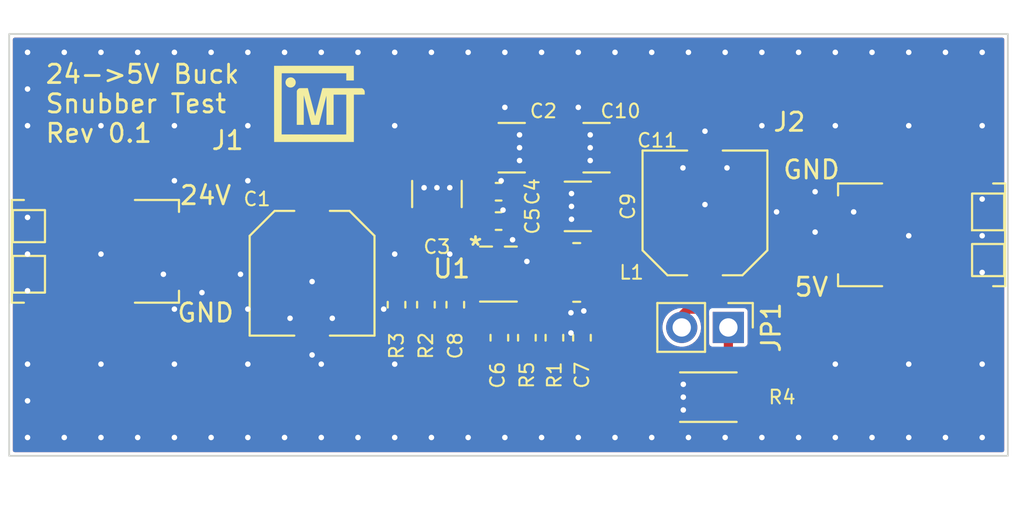
<source format=kicad_pcb>
(kicad_pcb (version 20211014) (generator pcbnew)
  (layers (0 "F.Cu" signal) (31 "B.Cu" signal) (34 "B.Paste" user) (35 "F.Paste" user) (36 "B.SilkS" user "B.Silkscreen") (37 "F.SilkS" user "F.Silkscreen") (38 "B.Mask" user) (39 "F.Mask" user) (44 "Edge.Cuts" user))
  (net 0 "")
  (net 1 "+24V")
  (net 2 "GND")
  (net 3 "/SW")
  (net 4 "Net-(C7-Pad1)")
  (net 5 "+5V")
  (net 6 "Net-(C8-Pad2)")
  (net 7 "Net-(JP1-Pad1)")
  (net 9 "Net-(U1-Pad6)")
  (net 10 "Net-(R5-Pad2)")
  (footprint "footprints:INDUCTOR_3030N" (layer "F.Cu") (at 103.015 60)
    (fp_text reference "L1" (at 2.985 0) (layer "F.SilkS") (effects (font (size 0.75 0.75) (thickness 0.11))))
    (fp_text value "74438336068")
    (fp_line (start -0.19 1.6) (end 0.19 1.6) (layer "F.SilkS") (width 0.12))
    (fp_line (start -0.19 -1.6) (end 0.19 -1.6) (layer "F.SilkS") (width 0.12))
    (pad "1" smd roundrect (at -1.215 0) (size 1.69 3.22) (layers "F.Cu" "F.Paste" "F.Mask") (roundrect_rratio 0.1479) (net 3 "/SW"))
    (pad "2" smd roundrect (at 1.215 0) (size 1.69 3.22) (layers "F.Cu" "F.Paste" "F.Mask") (roundrect_rratio 0.1479) (net 5 "+5V"))
  )
  (footprint "footprints:RESISTOR_0603N" (layer "F.Cu") (at 101.8 63.56 -90)
    (fp_text reference "R1" (at 2.04 0 90) (layer "F.SilkS") (effects (font (size 0.75 0.75) (thickness 0.11))))
    (fp_text value "DNP")
    (fp_line (start -0.155 0.48) (end 0.155 0.48) (layer "F.SilkS") (width 0.12))
    (fp_line (start -0.155 -0.48) (end 0.155 -0.48) (layer "F.SilkS") (width 0.12))
    (pad "1" smd roundrect locked (at -0.76 0 270) (size 0.85 0.97) (layers "F.Cu" "F.Paste" "F.Mask") (roundrect_rratio 0.2471) (net 3 "/SW") (thermal_gap 0.25))
    (pad "2" smd roundrect locked (at 0.76 0 270) (size 0.85 0.97) (layers "F.Cu" "F.Paste" "F.Mask") (roundrect_rratio 0.2471) (net 4 "Net-(C7-Pad1)"))
  )
  (footprint "Connector_PinHeader_2.54mm:PinHeader_1x02_P2.54mm_Vertical" (layer "F.Cu") (at 111.275 63 -90)
    (fp_text reference "JP1" (at 0 -2.33 90) (layer "F.SilkS"))
    (fp_text value "Jumper_NO_Small")
    (fp_line (start -1.33 0) (end -1.33 -1.33) (layer "F.SilkS") (width 0.12))
    (fp_line (start 1.33 1.27) (end 1.33 3.87) (layer "F.SilkS") (width 0.12))
    (fp_line (start -1.33 -1.33) (end 0 -1.33) (layer "F.SilkS") (width 0.12))
    (fp_line (start -1.33 3.87) (end 1.33 3.87) (layer "F.SilkS") (width 0.12))
    (fp_line (start -1.33 1.27) (end -1.33 3.87) (layer "F.SilkS") (width 0.12))
    (fp_line (start -1.33 1.27) (end 1.33 1.27) (layer "F.SilkS") (width 0.12))
    (pad "1" thru_hole rect (at 0 0 270) (size 1.7 1.7) (drill 1) (layers *.Cu *.Mask) (net 7 "Net-(JP1-Pad1)"))
    (pad "2" thru_hole oval (at 0 2.54 270) (size 1.7 1.7) (drill 1) (layers *.Cu *.Mask) (net 5 "+5V"))
  )
  (footprint "footprints:CAPACITOR_0603N" (layer "F.Cu") (at 98.8 63.56 -90)
    (fp_text reference "C6" (at 2.04 0.1 90) (layer "F.SilkS") (effects (font (size 0.75 0.75) (thickness 0.11))))
    (fp_text value "CC0603KRX7R9BB104")
    (fp_line (start -0.155 -0.48) (end 0.155 -0.48) (layer "F.SilkS") (width 0.12))
    (fp_line (start -0.155 0.48) (end 0.155 0.48) (layer "F.SilkS") (width 0.12))
    (pad "1" smd roundrect locked (at -0.76 0 270) (size 0.85 0.97) (layers "F.Cu" "F.Paste" "F.Mask") (roundrect_rratio 0.2471) (net 9 "Net-(U1-Pad6)"))
    (pad "2" smd roundrect locked (at 0.76 0 270) (size 0.85 0.97) (layers "F.Cu" "F.Paste" "F.Mask") (roundrect_rratio 0.2471) (net 10 "Net-(R5-Pad2)"))
  )
  (footprint "footprints:RESISTOR_0603N" (layer "F.Cu") (at 100.3 63.56 -90)
    (fp_text reference "R5" (at 2.04 0 90) (layer "F.SilkS") (effects (font (size 0.75 0.75) (thickness 0.11))))
    (fp_text value "DNP")
    (fp_line (start -0.155 0.48) (end 0.155 0.48) (layer "F.SilkS") (width 0.12))
    (fp_line (start -0.155 -0.48) (end 0.155 -0.48) (layer "F.SilkS") (width 0.12))
    (pad "1" smd roundrect locked (at -0.76 0 270) (size 0.85 0.97) (layers "F.Cu" "F.Paste" "F.Mask") (roundrect_rratio 0.2471) (net 3 "/SW"))
    (pad "2" smd roundrect locked (at 0.76 0 270) (size 0.85 0.97) (layers "F.Cu" "F.Paste" "F.Mask") (roundrect_rratio 0.2471) (net 10 "Net-(R5-Pad2)"))
  )
  (footprint "footprints:RESISTOR_2010N" (layer "F.Cu") (at 110.185 66.8 180)
    (fp_text reference "R4" (at -4.015 0) (layer "F.SilkS") (effects (font (size 0.75 0.75) (thickness 0.11))))
    (fp_text value "350222RJT")
    (fp_line (start -1.54 -1.35) (end 1.54 -1.35) (layer "F.SilkS") (width 0.12))
    (fp_line (start -1.54 1.35) (end 1.54 1.35) (layer "F.SilkS") (width 0.12))
    (pad "1" smd roundrect locked (at -2.415 0 180) (size 1.39 2.72) (layers "F.Cu" "F.Paste" "F.Mask") (roundrect_rratio 0.1799) (net 7 "Net-(JP1-Pad1)"))
    (pad "2" smd roundrect locked (at 2.415 0 180) (size 1.39 2.72) (layers "F.Cu" "F.Paste" "F.Mask") (roundrect_rratio 0.1799) (net 2 "GND"))
  )
  (footprint "footprints:1702473" (layer "F.Cu") (at 119.3 57.95 90)
    (fp_text reference "J2" (at 6.15 -4.7 unlocked) (layer "F.SilkS"))
    (fp_text value "1702473")
    (fp_line (start 2.8 -2.05) (end 2.8 0.35) (layer "F.SilkS") (width 0.12))
    (fp_line (start 2.8 6.4) (end 2.8 7.05) (layer "F.SilkS") (width 0.12))
    (fp_line (start -2.8 -2.05) (end -2.15 -2.05) (layer "F.SilkS") (width 0.12))
    (fp_line (start -2.8 7.05) (end 2.8 7.05) (layer "F.SilkS") (width 0.12))
    (fp_line (start 2.8 -2.05) (end 2.15 -2.05) (layer "F.SilkS") (width 0.12))
    (fp_line (start -2.8 6.4) (end -2.8 7.05) (layer "F.SilkS") (width 0.12))
    (fp_line (start -2.8 -2.05) (end -2.8 0.35) (layer "F.SilkS") (width 0.12))
    (fp_rect (start -2.25 7) (end -0.5 5.25) (layer "F.SilkS") (width 0.12) (fill none))
    (fp_rect (start 0.25 5.25) (end 2.25 7) (layer "F.SilkS") (width 0.12) (fill none))
    (pad "" smd roundrect (at -3.85 3.3 90) (size 2.3 5.6) (layers "F.Cu" "F.Paste" "F.Mask"))
    (pad "" smd roundrect (at 3.85 3.3 90) (size 2.3 5.6) (layers "F.Cu" "F.Paste" "F.Mask"))
    (pad "1" smd roundrect (at -1.25 -3.3 90) (size 1.4 3.4) (layers "F.Cu" "F.Paste" "F.Mask") (net 5 "+5V"))
    (pad "2" smd roundrect (at 1.25 -3.3 90) (size 1.4 3.4) (layers "F.Cu" "F.Paste" "F.Mask") (net 2 "GND"))
  )
  (footprint "footprints:CAPACITOR_1210N" (layer "F.Cu") (at 103.075 56.4 180)
    (fp_text reference "C9" (at -2.725 0 270) (layer "F.SilkS") (effects (font (size 0.75 0.75) (thickness 0.11))))
    (fp_text value "GRM32ER71E226ME15L")
    (fp_line (start -0.715 1.35) (end 0.715 1.35) (layer "F.SilkS") (width 0.12))
    (fp_line (start -0.715 -1.35) (end 0.715 -1.35) (layer "F.SilkS") (width 0.12))
    (pad "1" smd roundrect (at -1.475 0 180) (size 1.16 2.72) (layers "F.Cu" "F.Paste" "F.Mask") (roundrect_rratio 0.2155) (net 5 "+5V"))
    (pad "2" smd roundrect (at 1.475 0 180) (size 1.16 2.72) (layers "F.Cu" "F.Paste" "F.Mask") (roundrect_rratio 0.2155) (net 2 "GND"))
  )
  (footprint "footprints:CAPACITOR_0603N" (layer "F.Cu") (at 98.76 55.6)
    (fp_text reference "C4" (at 1.84 0 90) (layer "F.SilkS") (effects (font (size 0.75 0.75) (thickness 0.11))))
    (fp_text value "GRM188R61H225ME11D")
    (fp_line (start -0.155 0.48) (end 0.155 0.48) (layer "F.SilkS") (width 0.12))
    (fp_line (start -0.155 -0.48) (end 0.155 -0.48) (layer "F.SilkS") (width 0.12))
    (pad "1" smd roundrect locked (at -0.76 0) (size 0.85 0.97) (layers "F.Cu" "F.Paste" "F.Mask") (roundrect_rratio 0.2471) (net 1 "+24V"))
    (pad "2" smd roundrect locked (at 0.76 0) (size 0.85 0.97) (layers "F.Cu" "F.Paste" "F.Mask") (roundrect_rratio 0.2471) (net 2 "GND"))
  )
  (footprint "footprints:CAPAE660X580L260X65N" (layer "F.Cu") (at 88.6 60.045 -90)
    (fp_text reference "C1" (at -4.045 3 180) (layer "F.SilkS") (effects (font (size 0.75 0.75) (thickness 0.11))))
    (fp_text value "EEE-1VA470WP")
    (fp_line (start 3.4 -0.97) (end 3.4 -3.4) (layer "F.SilkS") (width 0.12))
    (fp_line (start 3.4 -3.4) (end -2.04 -3.4) (layer "F.SilkS") (width 0.12))
    (fp_line (start 3.4 3.4) (end -2.04 3.4) (layer "F.SilkS") (width 0.12))
    (fp_line (start -3.4 -2.04) (end -3.4 -0.97) (layer "F.SilkS") (width 0.12))
    (fp_line (start -2.04 -3.4) (end -3.4 -2.04) (layer "F.SilkS") (width 0.12))
    (fp_line (start 3.4 0.97) (end 3.4 3.4) (layer "F.SilkS") (width 0.12))
    (fp_line (start -2.04 3.4) (end -3.4 2.04) (layer "F.SilkS") (width 0.12))
    (fp_line (start -3.4 2.04) (end -3.4 0.97) (layer "F.SilkS") (width 0.12))
    (pad "1" smd roundrect locked (at -2.445 0 270) (size 3.3 1.58) (layers "F.Cu" "F.Paste" "F.Mask") (roundrect_rratio 0.1582) (net 1 "+24V"))
    (pad "2" smd roundrect locked (at 2.445 0 270) (size 3.3 1.58) (layers "F.Cu" "F.Paste" "F.Mask") (roundrect_rratio 0.1582) (net 2 "GND"))
  )
  (footprint "footprints:CAPACITOR_0603N" (layer "F.Cu") (at 96.4 61.76 90)
    (fp_text reference "C8" (at -2.24 0 90) (layer "F.SilkS") (effects (font (size 0.75 0.75) (thickness 0.11))))
    (fp_text value "CC0603JRNPO9BN330")
    (fp_line (start -0.155 -0.48) (end 0.155 -0.48) (layer "F.SilkS") (width 0.12))
    (fp_line (start -0.155 0.48) (end 0.155 0.48) (layer "F.SilkS") (width 0.12))
    (pad "1" smd roundrect locked (at -0.76 0 90) (size 0.85 0.97) (layers "F.Cu" "F.Paste" "F.Mask") (roundrect_rratio 0.2471) (net 5 "+5V"))
    (pad "2" smd roundrect locked (at 0.76 0 90) (size 0.85 0.97) (layers "F.Cu" "F.Paste" "F.Mask") (roundrect_rratio 0.2471) (net 6 "Net-(C8-Pad2)"))
  )
  (footprint "footprints:AP63357QZV-7" (layer "F.Cu") (at 98.75 60.09)
    (fp_text reference "U1" (at -2.55 -0.29 unlocked) (layer "F.SilkS"))
    (fp_text value "AP63357QZV-7")
    (fp_text user "*" (at -1.25 -1.5 unlocked) (layer "F.SilkS"))
    (fp_line (start 0.35 -1.5) (end 1 -1.5) (layer "F.SilkS") (width 0.12))
    (fp_line (start -1 1.5) (end 1 1.5) (layer "F.SilkS") (width 0.12))
    (fp_line (start -1 -1.5) (end -0.35 -1.5) (layer "F.SilkS") (width 0.12))
    (pad "1" smd roundrect (at -0.75 -0.69) (size 0.8 1.45) (layers "F.Cu" "F.Paste" "F.Mask") (net 1 "+24V"))
    (pad "2" smd roundrect (at -0.85 0.36) (size 0.6 0.3) (layers "F.Cu" "F.Paste" "F.Mask") (net 1 "+24V"))
    (pad "3" smd roundrect (at -0.85 0.81) (size 0.6 0.3) (layers "F.Cu" "F.Paste" "F.Mask") (net 6 "Net-(C8-Pad2)"))
    (pad "4" smd roundrect (at -0.85 1.26) (size 0.6 0.3) (layers "F.Cu" "F.Paste" "F.Mask") (net 2 "GND"))
    (pad "5" smd roundrect (at 0.85 1.26) (size 0.6 0.3) (layers "F.Cu" "F.Paste" "F.Mask"))
    (pad "6" smd roundrect (at 0.85 0.81) (size 0.6 0.3) (layers "F.Cu" "F.Paste" "F.Mask") (net 9 "Net-(U1-Pad6)"))
    (pad "7" smd roundrect (at 0.85 0.36) (size 0.6 0.3) (layers "F.Cu" "F.Paste" "F.Mask") (net 3 "/SW"))
    (pad "8" smd roundrect (at 0.75 -0.69) (size 0.8 1.45) (layers "F.Cu" "F.Paste" "F.Mask") (net 2 "GND"))
    (pad "9" smd roundrect (at 0 -0.83) (size 0.3 1.725) (layers "F.Cu" "F.Paste" "F.Mask") (net 3 "/SW"))
  )
  (footprint "footprints:CAPACITOR_1210N" (layer "F.Cu") (at 95.4 55.725 90)
    (fp_text reference "C3" (at -2.875 0 180) (layer "F.SilkS") (effects (font (size 0.75 0.75) (thickness 0.11))))
    (fp_text value "GRM32ER71E226ME15L")
    (fp_line (start -0.715 1.35) (end 0.715 1.35) (layer "F.SilkS") (width 0.12))
    (fp_line (start -0.715 -1.35) (end 0.715 -1.35) (layer "F.SilkS") (width 0.12))
    (pad "1" smd roundrect (at -1.475 0 90) (size 1.16 2.72) (layers "F.Cu" "F.Paste" "F.Mask") (roundrect_rratio 0.2155) (net 1 "+24V"))
    (pad "2" smd roundrect (at 1.475 0 90) (size 1.16 2.72) (layers "F.Cu" "F.Paste" "F.Mask") (roundrect_rratio 0.2155) (net 2 "GND"))
  )
  (footprint "footprints:MTE_LOGO_5MM" (layer "F.Cu") (at 89 50.8)
    (fp_text reference "G***" hide)
    (fp_text value "LOGO" hide)
    (fp_poly (pts (xy -1.529447 -1.433968) (xy -1.480543 -1.422709) (xy -1.435291 -1.402088) (xy -1.393123 -1.371881) (xy -1.374447 -1.354549) (xy -1.339853 -1.313363) (xy -1.314352 -1.268657) (xy -1.297961 -1.221477) (xy -1.290692 -1.172872) (xy -1.292562 -1.123888) (xy -1.303585 -1.075573) (xy -1.323774 -1.028975) (xy -1.353145 -0.985141) (xy -1.369056 -0.966919) (xy -1.40855 -0.932114) (xy -1.452783 -0.905788) (xy -1.500559 -0.888284) (xy -1.550681 -0.879946) (xy -1.601951 -0.881116) (xy -1.641747 -0.888789) (xy -1.689147 -0.906628) (xy -1.732517 -0.932858) (xy -1.770688 -0.966257) (xy -1.80249 -1.005602) (xy -1.826754 -1.049672) (xy -1.84231 -1.097242) (xy -1.842639 -1.098751) (xy -1.848918 -1.150599) (xy -1.845793 -1.200909) (xy -1.833982 -1.248751) (xy -1.814203 -1.293194) (xy -1.787174 -1.333308) (xy -1.753611 -1.36816) (xy -1.714232 -1.396822) (xy -1.669755 -1.418361) (xy -1.620898 -1.431847) (xy -1.58257 -1.436085)) (layer "F.SilkS") (width 0) (fill solid))
    (fp_poly (pts (xy -0.872664 -2.067324) (xy -0.733411 -2.067301) (xy -0.590925 -2.06726) (xy -0.445534 -2.067201) (xy -0.29757 -2.067123) (xy -0.297039 -2.067123) (xy 1.872729 -2.065846) (xy 1.875331 -1.265426) (xy 1.463625 -1.265426) (xy 1.463625 -1.656743) (xy -0.289676 -1.657505) (xy -0.422606 -1.657564) (xy -0.552944 -1.657625) (xy -0.680323 -1.657687) (xy -0.804373 -1.657751) (xy -0.924728 -1.657815) (xy -1.041019 -1.65788) (xy -1.152877 -1.657946) (xy -1.259935 -1.658011) (xy -1.361825 -1.658077) (xy -1.458179 -1.658142) (xy -1.548628 -1.658206) (xy -1.632805 -1.658269) (xy -1.710341 -1.658332) (xy -1.780868 -1.658392) (xy -1.844018 -1.658451) (xy -1.899424 -1.658508) (xy -1.946717 -1.658562) (xy -1.985529 -1.658614) (xy -2.015492 -1.658664) (xy -2.036237 -1.65871) (xy -2.047397 -1.658752) (xy -2.04933 -1.658775) (xy -2.04994 -1.657052) (xy -2.050515 -1.651597) (xy -2.051057 -1.642133) (xy -2.051567 -1.628383) (xy -2.052045 -1.610071) (xy -2.052494 -1.586918) (xy -2.052914 -1.558647) (xy -2.053307 -1.524983) (xy -2.053674 -1.485647) (xy -2.054017 -1.440362) (xy -2.054336 -1.388852) (xy -2.054633 -1.330838) (xy -2.054909 -1.266045) (xy -2.055166 -1.194195) (xy -2.055404 -1.115011) (xy -2.055625 -1.028216) (xy -2.055831 -0.933532) (xy -2.056022 -0.830683) (xy -2.056199 -0.719391) (xy -2.056365 -0.59938) (xy -2.05652 -0.470372) (xy -2.056666 -0.33209) (xy -2.056803 -0.184258) (xy -2.056934 -0.026597) (xy -2.056961 0.008211) (xy -2.058239 1.675706) (xy -0.301118 1.6782) (xy -0.168071 1.678383) (xy -0.037628 1.678551) (xy 0.089843 1.678702) (xy 0.213975 1.678838) (xy 0.334402 1.678959) (xy 0.450756 1.679063) (xy 0.562671 1.679152) (xy 0.669779 1.679224) (xy 0.771714 1.679281) (xy 0.868108 1.679321) (xy 0.958595 1.679345) (xy 1.042808 1.679353) (xy 1.120379 1.679344) (xy 1.190942 1.679319) (xy 1.25413 1.679278) (xy 1.309575 1.67922) (xy 1.356912 1.679145) (xy 1.395772 1.679053) (xy 1.425789 1.678945) (xy 1.446596 1.678819) (xy 1.457825 1.678677) (xy 1.459814 1.678583) (xy 1.46018 1.673373) (xy 1.460537 1.658467) (xy 1.460882 1.63433) (xy 1.461215 1.60143) (xy 1.461533 1.560233) (xy 1.461835 1.511207) (xy 1.462119 1.454819) (xy 1.462384 1.391534) (xy 1.462628 1.321821) (xy 1.462849 1.246147) (xy 1.463046 1.164977) (xy 1.463217 1.07878) (xy 1.46336 0.988022) (xy 1.463475 0.893169) (xy 1.463558 0.794689) (xy 1.463608 0.693049) (xy 1.463625 0.591757) (xy 1.463625 -0.492957) (xy 0.772469 -0.492957) (xy 0.772469 1.153622) (xy 0.386266 1.153622) (xy 0.384979 0.34939) (xy 0.384783 0.237781) (xy 0.384564 0.136022) (xy 0.38432 0.043802) (xy 0.384049 -0.039195) (xy 0.383748 -0.113281) (xy 0.383413 -0.178769) (xy 0.383042 -0.235973) (xy 0.382633 -0.285206) (xy 0.382182 -0.326782) (xy 0.381687 -0.361013) (xy 0.381144 -0.388213) (xy 0.380552 -0.408695) (xy 0.379907 -0.422772) (xy 0.379207 -0.430758) (xy 0.378448 -0.432967) (xy 0.378039 -0.431973) (xy 0.375763 -0.422896) (xy 0.371231 -0.404931) (xy 0.364686 -0.37904) (xy 0.356371 -0.346186) (xy 0.346531 -0.307333) (xy 0.33541 -0.263444) (xy 0.323252 -0.21548) (xy 0.310299 -0.164407) (xy 0.300178 -0.12451) (xy 0.277807 -0.036336) (xy 0.257705 0.042895) (xy 0.239641 0.114094) (xy 0.223385 0.178171) (xy 0.208706 0.236035) (xy 0.195373 0.288596) (xy 0.183155 0.336764) (xy 0.171822 0.38145) (xy 0.161143 0.423562) (xy 0.150888 0.46401) (xy 0.140825 0.503705) (xy 0.130723 0.543556) (xy 0.120353 0.584473) (xy 0.109483 0.627366) (xy 0.097883 0.673145) (xy 0.085322 0.722719) (xy 0.075935 0.759764) (xy 0.061914 0.815113) (xy 0.04836 0.868638) (xy 0.035528 0.919336) (xy 0.02367 0.966202) (xy 0.013041 1.008232) (xy 0.003896 1.044423) (xy -0.003513 1.073769) (xy -0.008931 1.095267) (xy -0.012097 1.107883) (xy -0.02287 1.151081) (xy -0.232503 1.152407) (xy -0.277548 1.152634) (xy -0.319275 1.152729) (xy -0.356625 1.152699) (xy -0.388539 1.152552) (xy -0.413957 1.152291) (xy -0.431819 1.151924) (xy -0.441067 1.151457) (xy -0.442137 1.151208) (xy -0.443341 1.145671) (xy -0.446665 1.132026) (xy -0.451676 1.112006) (xy -0.457944 1.08734) (xy -0.462108 1.07111) (xy -0.467499 1.050083) (xy -0.475027 1.020592) (xy -0.484336 0.984031) (xy -0.495076 0.941791) (xy -0.50689 0.895262) (xy -0.519427 0.845838) (xy -0.532331 0.794909) (xy -0.543157 0.752141) (xy -0.566328 0.660571) (xy -0.587306 0.577673) (xy -0.606392 0.502269) (xy -0.623884 0.433175) (xy -0.640083 0.369213) (xy -0.655287 0.309201) (xy -0.669795 0.251958) (xy -0.683908 0.196304) (xy -0.697924 0.141057) (xy -0.712142 0.085037) (xy -0.726862 0.027063) (xy -0.742383 -0.034046) (xy -0.759004 -0.09947) (xy -0.760847 -0.106723) (xy -0.774429 -0.160236) (xy -0.787387 -0.211397) (xy -0.799479 -0.259251) (xy -0.810468 -0.302846) (xy -0.820113 -0.341229) (xy -0.828175 -0.373447) (xy -0.834414 -0.398548) (xy -0.838591 -0.415579) (xy -0.84036 -0.423079) (xy -0.844169 -0.437063) (xy -0.848004 -0.445777) (xy -0.849703 -0.447219) (xy -0.850159 -0.442227) (xy -0.8506 -0.427613) (xy -0.851024 -0.40392) (xy -0.851428 -0.371689) (xy -0.85181 -0.331463) (xy -0.852166 -0.283783) (xy -0.852494 -0.229192) (xy -0.852791 -0.168232) (xy -0.853055 -0.101445) (xy -0.853283 -0.029373) (xy -0.853471 0.047441) (xy -0.853617 0.128456) (xy -0.853719 0.213129) (xy -0.853773 0.300918) (xy -0.853782 0.353201) (xy -0.853782 1.153622) (xy -1.235042 1.153622) (xy -1.233718 0.229962) (xy -1.232393 -0.693697) (xy -1.216087 -0.728122) (xy -1.194105 -0.764244) (xy -1.165059 -0.796512) (xy -1.131445 -0.822368) (xy -1.115507 -0.831224) (xy -1.085014 -0.846158) (xy -0.858824 -0.847577) (xy -0.632633 -0.848996) (xy -0.620656 -0.801839) (xy -0.616839 -0.787031) (xy -0.610741 -0.763658) (xy -0.602694 -0.732977) (xy -0.593028 -0.696246) (xy -0.582076 -0.654722) (xy -0.570168 -0.609662) (xy -0.557635 -0.562324) (xy -0.548675 -0.528531) (xy -0.511766 -0.389356) (xy -0.475074 -0.250864) (xy -0.439019 -0.114651) (xy -0.404025 0.017686) (xy -0.370514 0.144552) (xy -0.338907 0.26435) (xy -0.317502 0.345578) (xy -0.305517 0.391051) (xy -0.294008 0.434648) (xy -0.283306 0.475124) (xy -0.273742 0.511232) (xy -0.265645 0.541727) (xy -0.259345 0.565362) (xy -0.255174 0.580891) (xy -0.254208 0.584434) (xy -0.248272 0.606192) (xy -0.242346 0.628197) (xy -0.238787 0.641607) (xy -0.234544 0.655529) (xy -0.230752 0.664252) (xy -0.229255 0.665746) (xy -0.227082 0.661061) (xy -0.222919 0.648009) (xy -0.217195 0.628093) (xy -0.210341 0.602817) (xy -0.202788 0.573686) (xy -0.201971 0.570458) (xy -0.193086 0.535407) (xy -0.182506 0.493825) (xy -0.171076 0.449025) (xy -0.159642 0.404317) (xy -0.149047 0.363014) (xy -0.147832 0.358283) (xy -0.138266 0.321079) (xy -0.12688 0.276799) (xy -0.114387 0.228212) (xy -0.101497 0.178084) (xy -0.088923 0.129185) (xy -0.078573 0.088936) (xy -0.066672 0.042642) (xy -0.053639 -0.008084) (xy -0.040231 -0.06029) (xy -0.027207 -0.111026) (xy -0.015323 -0.157341) (xy -0.0068 -0.190576) (xy 0.003882 -0.232218) (xy 0.015436 -0.277217) (xy 0.02709 -0.32256) (xy 0.038067 -0.365232) (xy 0.047594 -0.40222) (xy 0.05068 -0.414185) (xy 0.069547 -0.487365) (xy 0.086686 -0.553953) (xy 0.101931 -0.613301) (xy 0.115117 -0.664764) (xy 0.126078 -0.707694) (xy 0.134648 -0.741447) (xy 0.134781 -0.741977) (xy 0.141274 -0.767358) (xy 0.147769 -0.792235) (xy 0.153321 -0.813012) (xy 0.155818 -0.822054) (xy 0.163366 -0.848769) (xy 1.239116 -0.847464) (xy 2.314866 -0.846158) (xy 2.345358 -0.831224) (xy 2.381724 -0.808) (xy 2.413526 -0.77695) (xy 2.43938 -0.739904) (xy 2.457901 -0.698689) (xy 2.464762 -0.673481) (xy 2.466614 -0.658933) (xy 2.467985 -0.636881) (xy 2.468772 -0.609981) (xy 2.46887 -0.580885) (xy 2.468739 -0.57151) (xy 2.467327 -0.495498) (xy 2.171298 -0.494187) (xy 1.87527 -0.492875) (xy 1.87527 2.088716) (xy -2.468354 2.088716) (xy -2.471144 0.013976) (xy -2.47133 -0.130697) (xy -2.471496 -0.272792) (xy -2.471641 -0.411971) (xy -2.471766 -0.547896) (xy -2.471871 -0.68023) (xy -2.471957 -0.808635) (xy -2.472022 -0.932774) (xy -2.472068 -1.052309) (xy -2.472095 -1.166903) (xy -2.472102 -1.276218) (xy -2.472089 -1.379916) (xy -2.472058 -1.47766) (xy -2.472008 -1.569112) (xy -2.471939 -1.653936) (xy -2.471851 -1.731792) (xy -2.471744 -1.802344) (xy -2.471619 -1.865254) (xy -2.471476 -1.920185) (xy -2.471314 -1.966798) (xy -2.471134 -2.004757) (xy -2.470936 -2.033724) (xy -2.470721 -2.053361) (xy -2.470487 -2.063331) (xy -2.470371 -2.064582) (xy -2.465099 -2.064839) (xy -2.449993 -2.065086) (xy -2.425383 -2.065322) (xy -2.391599 -2.065547) (xy -2.34897 -2.065761) (xy -2.297828 -2.065963) (xy -2.238502 -2.066152) (xy -2.171322 -2.066329) (xy -2.096617 -2.066493) (xy -2.014719 -2.066644) (xy -1.925956 -2.06678) (xy -1.83066 -2.066902) (xy -1.72916 -2.06701) (xy -1.621785 -2.067103) (xy -1.508867 -2.067181) (xy -1.390734 -2.067242) (xy -1.267718 -2.067288) (xy -1.140147 -2.067317) (xy -1.008352 -2.067329)) (layer "F.SilkS") (width 0) (fill solid))
  )
  (footprint "footprints:CAPAE660X580L260X65N" (layer "F.Cu") (at 110 56.755 90)
    (fp_text reference "C11" (at 3.955 -2.6 180) (layer "F.SilkS") (effects (font (size 0.75 0.75) (thickness 0.11))))
    (fp_text value "EEE-1VA470WP")
    (fp_line (start -2.04 3.4) (end -3.4 2.04) (layer "F.SilkS") (width 0.12))
    (fp_line (start 3.4 3.4) (end -2.04 3.4) (layer "F.SilkS") (width 0.12))
    (fp_line (start 3.4 -0.97) (end 3.4 -3.4) (layer "F.SilkS") (width 0.12))
    (fp_line (start -3.4 2.04) (end -3.4 0.97) (layer "F.SilkS") (width 0.12))
    (fp_line (start -2.04 -3.4) (end -3.4 -2.04) (layer "F.SilkS") (width 0.12))
    (fp_line (start -3.4 -2.04) (end -3.4 -0.97) (layer "F.SilkS") (width 0.12))
    (fp_line (start 3.4 -3.4) (end -2.04 -3.4) (layer "F.SilkS") (width 0.12))
    (fp_line (start 3.4 0.97) (end 3.4 3.4) (layer "F.SilkS") (width 0.12))
    (pad "1" smd roundrect locked (at -2.445 0 90) (size 3.3 1.58) (layers "F.Cu" "F.Paste" "F.Mask") (roundrect_rratio 0.1582) (net 5 "+5V"))
    (pad "2" smd roundrect locked (at 2.445 0 90) (size 3.3 1.58) (layers "F.Cu" "F.Paste" "F.Mask") (roundrect_rratio 0.1582) (net 2 "GND"))
  )
  (footprint "footprints:CAPACITOR_0603N" (layer "F.Cu") (at 103.3 63.56 90)
    (fp_text reference "C7" (at -2.04 0 90) (layer "F.SilkS") (effects (font (size 0.75 0.75) (thickness 0.11))))
    (fp_text value "DNP")
    (fp_line (start -0.155 -0.48) (end 0.155 -0.48) (layer "F.SilkS") (width 0.12))
    (fp_line (start -0.155 0.48) (end 0.155 0.48) (layer "F.SilkS") (width 0.12))
    (pad "1" smd roundrect locked (at -0.76 0 90) (size 0.85 0.97) (layers "F.Cu" "F.Paste" "F.Mask") (roundrect_rratio 0.2471) (net 4 "Net-(C7-Pad1)"))
    (pad "2" smd roundrect locked (at 0.76 0 90) (size 0.85 0.97) (layers "F.Cu" "F.Paste" "F.Mask") (roundrect_rratio 0.2471) (net 2 "GND") (thermal_gap 0.2))
  )
  (footprint "footprints:CAPACITOR_1210N" (layer "F.Cu") (at 104.09496 53.2 180)
    (fp_text reference "C10" (at -1.30504 2) (layer "F.SilkS") (effects (font (size 0.75 0.75) (thickness 0.11))))
    (fp_text value "GRM32ER71E226ME15L")
    (fp_line (start -0.715 1.35) (end 0.715 1.35) (layer "F.SilkS") (width 0.12))
    (fp_line (start -0.715 -1.35) (end 0.715 -1.35) (layer "F.SilkS") (width 0.12))
    (pad "1" smd roundrect (at -1.475 0 180) (size 1.16 2.72) (layers "F.Cu" "F.Paste" "F.Mask") (roundrect_rratio 0.2155) (net 5 "+5V"))
    (pad "2" smd roundrect (at 1.475 0 180) (size 1.16 2.72) (layers "F.Cu" "F.Paste" "F.Mask") (roundrect_rratio 0.2155) (net 2 "GND"))
  )
  (footprint "footprints:RESISTOR_0603N" (layer "F.Cu") (at 94.8 61.76 90)
    (fp_text reference "R2" (at -2.24 0 90) (layer "F.SilkS") (effects (font (size 0.75 0.75) (thickness 0.11))))
    (fp_text value "RC0603FR-0752K3L")
    (fp_line (start -0.155 0.48) (end 0.155 0.48) (layer "F.SilkS") (width 0.12))
    (fp_line (start -0.155 -0.48) (end 0.155 -0.48) (layer "F.SilkS") (width 0.12))
    (pad "1" smd roundrect locked (at -0.76 0 90) (size 0.85 0.97) (layers "F.Cu" "F.Paste" "F.Mask") (roundrect_rratio 0.2471) (net 5 "+5V"))
    (pad "2" smd roundrect locked (at 0.76 0 90) (size 0.85 0.97) (layers "F.Cu" "F.Paste" "F.Mask") (roundrect_rratio 0.2471) (net 6 "Net-(C8-Pad2)"))
  )
  (footprint "footprints:CAPACITOR_0603N" (layer "F.Cu") (at 98.76 57.2)
    (fp_text reference "C5" (at 1.84 0 90) (layer "F.SilkS") (effects (font (size 0.75 0.75) (thickness 0.11))))
    (fp_text value "GRM188R61H225ME11D")
    (fp_line (start -0.155 -0.48) (end 0.155 -0.48) (layer "F.SilkS") (width 0.12))
    (fp_line (start -0.155 0.48) (end 0.155 0.48) (layer "F.SilkS") (width 0.12))
    (pad "1" smd roundrect locked (at -0.76 0) (size 0.85 0.97) (layers "F.Cu" "F.Paste" "F.Mask") (roundrect_rratio 0.2471) (net 1 "+24V"))
    (pad "2" smd roundrect locked (at 0.76 0) (size 0.85 0.97) (layers "F.Cu" "F.Paste" "F.Mask") (roundrect_rratio 0.2471) (net 2 "GND"))
  )
  (footprint "footprints:CAPACITOR_1210N" (layer "F.Cu") (at 99.475 53.2)
    (fp_text reference "C2" (at 1.725 -2) (layer "F.SilkS") (effects (font (size 0.75 0.75) (thickness 0.11))))
    (fp_text value "GRM32ER71E226ME15L")
    (fp_line (start -0.715 1.35) (end 0.715 1.35) (layer "F.SilkS") (width 0.12))
    (fp_line (start -0.715 -1.35) (end 0.715 -1.35) (layer "F.SilkS") (width 0.12))
    (pad "1" smd roundrect (at -1.475 0) (size 1.16 2.72) (layers "F.Cu" "F.Paste" "F.Mask") (roundrect_rratio 0.2155) (net 1 "+24V"))
    (pad "2" smd roundrect (at 1.475 0) (size 1.16 2.72) (layers "F.Cu" "F.Paste" "F.Mask") (roundrect_rratio 0.2155) (net 2 "GND"))
  )
  (footprint "footprints:1702473" (layer "F.Cu") (at 79.3 58.85 -90)
    (fp_text reference "J1" (at -6.05 -4.7 unlocked) (layer "F.SilkS"))
    (fp_text value "1702473")
    (fp_line (start 2.8 6.4) (end 2.8 7.05) (layer "F.SilkS") (width 0.12))
    (fp_line (start 2.8 -2.05) (end 2.15 -2.05) (layer "F.SilkS") (width 0.12))
    (fp_line (start -2.8 7.05) (end 2.8 7.05) (layer "F.SilkS") (width 0.12))
    (fp_line (start -2.8 6.4) (end -2.8 7.05) (layer "F.SilkS") (width 0.12))
    (fp_line (start -2.8 -2.05) (end -2.15 -2.05) (layer "F.SilkS") (width 0.12))
    (fp_line (start 2.8 -2.05) (end 2.8 0.35) (layer "F.SilkS") (width 0.12))
    (fp_line (start -2.8 -2.05) (end -2.8 0.35) (layer "F.SilkS") (width 0.12))
    (fp_rect (start -2.25 7) (end -0.5 5.25) (layer "F.SilkS") (width 0.12) (fill none))
    (fp_rect (start 0.25 5.25) (end 2.25 7) (layer "F.SilkS") (width 0.12) (fill none))
    (pad "" smd roundrect (at 3.85 3.3 270) (size 2.3 5.6) (layers "F.Cu" "F.Paste" "F.Mask"))
    (pad "" smd roundrect (at -3.85 3.3 270) (size 2.3 5.6) (layers "F.Cu" "F.Paste" "F.Mask"))
    (pad "1" smd roundrect (at -1.25 -3.3 270) (size 1.4 3.4) (layers "F.Cu" "F.Paste" "F.Mask") (net 1 "+24V"))
    (pad "2" smd roundrect (at 1.25 -3.3 270) (size 1.4 3.4) (layers "F.Cu" "F.Paste" "F.Mask") (net 2 "GND"))
  )
  (footprint "footprints:RESISTOR_0603N" (layer "F.Cu") (at 93.2 61.76 -90)
    (fp_text reference "R3" (at 2.24 0 90) (layer "F.SilkS") (effects (font (size 0.75 0.75) (thickness 0.11))))
    (fp_text value "RC0603JR-0710KL")
    (fp_line (start -0.155 0.48) (end 0.155 0.48) (layer "F.SilkS") (width 0.12))
    (fp_line (start -0.155 -0.48) (end 0.155 -0.48) (layer "F.SilkS") (width 0.12))
    (pad "1" smd roundrect locked (at -0.76 0 270) (size 0.85 0.97) (layers "F.Cu" "F.Paste" "F.Mask") (roundrect_rratio 0.2471) (net 6 "Net-(C8-Pad2)"))
    (pad "2" smd roundrect locked (at 0.76 0 270) (size 0.85 0.97) (layers "F.Cu" "F.Paste" "F.Mask") (roundrect_rratio 0.2471) (net 2 "GND"))
  )
  (gr_rect (start 72.1 47) (end 126.5 70) (layer "Edge.Cuts") (width 0.1) (fill none))
  (gr_text "5V" (at 115.8 60.8) (layer "F.SilkS") (effects (font (size 1 1))))
  (gr_text "GND" (at 82.8 62.2) (layer "F.SilkS") (effects (font (size 1 1))))
  (gr_text "24V" (at 82.8 55.8) (layer "F.SilkS") (effects (font (size 1 1))))
  (gr_text "GND" (at 115.8 54.4) (layer "F.SilkS") (effects (font (size 1 1))))
  (gr_text "24->5V Buck\nSnubber Test\nRev 0.1" (at 74 50.8) (layer "F.SilkS") (effects (font (size 1 1)) (justify left)))
  (segment (start 98 57.2) (end 98 59.4) (width 0.5) (layer "F.Cu") (net 1))
  (segment (start 97.9 60.45) (end 97.9 59.5) (width 0.15) (layer "F.Cu") (net 1))
  (segment (start 95.4 57.2) (end 89 57.2) (width 0.5) (layer "F.Cu") (net 1))
  (segment (start 88.6 57.6) (end 82.6 57.6) (width 0.5) (layer "F.Cu") (net 1))
  (segment (start 97.9 59.5) (end 98 59.4) (width 0.15) (layer "F.Cu") (net 1))
  (segment (start 98 59.4) (end 98 55.6) (width 0.15) (layer "F.Cu") (net 1))
  (segment (start 98 53.2) (end 98 55.6) (width 0.15) (layer "F.Cu") (net 1))
  (segment (start 89 57.2) (end 88.6 57.6) (width 0.5) (layer "F.Cu") (net 1))
  (segment (start 95.4 57.2) (end 98 57.2) (width 0.5) (layer "F.Cu") (net 1))
  (segment (start 98 57.2) (end 98 53.2) (width 0.5) (layer "F.Cu") (net 1))
  (segment (start 87.41 62.49) (end 87.4 62.5) (width 0.4) (layer "F.Cu") (net 2))
  (segment (start 108.82 66.8) (end 108.82 67.5) (width 0.4) (layer "F.Cu") (net 2))
  (segment (start 103.3 62.8) (end 103.3 62.2) (width 0.3) (layer "F.Cu") (net 2))
  (segment (start 93.02 62.52) (end 92.5 62) (width 0.4) (layer "F.Cu") (net 2))
  (segment (start 94.7 54.33004) (end 94.7 55.38004) (width 0.4) (layer "F.Cu") (net 2))
  (segment (start 99.5 55.6) (end 98.9 55) (width 0.4) (layer "F.Cu") (net 2))
  (segment (start 103.3 62.2) (end 103.4 62.1) (width 0.3) (layer "F.Cu") (net 2))
  (segment (start 102.7 52.5) (end 103.75 52.5) (width 0.4) (layer "F.Cu") (net 2))
  (segment (start 88.6 62.49) (end 87.41 62.49) (width 0.4) (layer "F.Cu") (net 2))
  (segment (start 110 54.31) (end 110 56.3) (width 0.4) (layer "F.Cu") (net 2))
  (segment (start 88.6 62.49) (end 88.6 60.5) (width 0.4) (layer "F.Cu") (net 2))
  (segment (start 101.68004 57.1) (end 102.73004 57.1) (width 0.4) (layer "F.Cu") (net 2))
  (segment (start 116 56.7) (end 116 57.8) (width 0.4) (layer "F.Cu") (net 2))
  (segment (start 103.3 62.8) (end 102.7 62.2) (width 0.3) (layer "F.Cu") (net 2))
  (segment (start 116 56.7) (end 113.9 56.7) (width 0.4) (layer "F.Cu") (net 2))
  (segment (start 103.75 53.2) (end 103.75 53.9) (width 0.4) (layer "F.Cu") (net 2))
  (segment (start 100.8 55.6) (end 99.52 55.6) (width 0.15) (layer "F.Cu") (net 2))
  (segment (start 99.52 57.2) (end 99.52 55.6) (width 0.15) (layer "F.Cu") (net 2))
  (segment (start 116 56.7) (end 116 55.6) (width 0.4) (layer "F.Cu") (net 2))
  (segment (start 107.77 66.1) (end 108.82 66.1) (width 0.4) (layer "F.Cu") (net 2))
  (segment (start 111.19 54.31) (end 111.2 54.3) (width 0.4) (layer "F.Cu") (net 2))
  (segment (start 103.3 62.8) (end 102.8 63.3) (width 0.3) (layer "F.Cu") (net 2))
  (segment (start 103.75 53.2) (end 103.75 52.5) (width 0.4) (layer "F.Cu") (net 2))
  (segment (start 99.52 59.38) (end 99.52 58.22) (width 0.4) (layer "F.Cu") (net 2))
  (segment (start 101.68004 56.4) (end 102.73004 56.4) (width 0.4) (layer "F.Cu") (net 2))
  (segment (start 89.69 62.49) (end 89.7 62.5) (width 0.4) (layer "F.Cu") (net 2))
  (segment (start 107.77 66.8) (end 108.82 66.8) (width 0.4) (layer "F.Cu") (net 2))
  (segment (start 99.52 57.2) (end 99.52 57.12) (width 0.4) (layer "F.Cu") (net 2))
  (segment (start 108.82 66.8) (end 108.82 66.1) (width 0.4) (layer "F.Cu") (net 2))
  (segment (start 102.7 53.2) (end 103.75 53.2) (width 0.4) (layer "F.Cu") (net 2))
  (segment (start 100.95 53.2) (end 99.9 53.2) (width 0.4) (layer "F.Cu") (net 2))
  (segment (start 99.52 57.12) (end 99 56.6) (width 0.4) (layer "F.Cu") (net 2))
  (segment (start 99.52 57.2) (end 99.52 58.22) (width 0.15) (layer "F.Cu") (net 2))
  (segment (start 99.52 55.6) (end 99.5 55.6) (width 0.4) (layer "F.Cu") (net 2))
  (segment (start 101.68004 55.7) (end 102.73004 55.7) (width 0.4) (layer "F.Cu") (net 2))
  (segment (start 99.9 53.2) (end 99.9 52.5) (width 0.4) (layer "F.Cu") (net 2))
  (segment (start 99.5 59.4) (end 99.52 59.38) (width 0.4) (layer "F.Cu") (net 2))
  (segment (start 110 54.31) (end 111.19 54.31) (width 0.4) (layer "F.Cu") (net 2))
  (segment (start 95.4 55.38004) (end 96.1 55.38004) (width 0.4) (layer "F.Cu") (net 2))
  (segment (start 102.73004 56.4) (end 102.73004 55.7) (width 0.4) (layer "F.Cu") (net 2))
  (segment (start 82.6 60.1) (end 82.6 61.1) (width 0.4) (layer "F.Cu") (net 2))
  (segment (start 99.9 53.2) (end 99.9 53.9) (width 0.4) (layer "F.Cu") (net 2))
  (segment (start 96.1 54.33004) (end 96.1 55.38004) (width 0.4) (layer "F.Cu") (net 2))
  (segment (start 110 54.31) (end 108.81 54.31) (width 0.4) (layer "F.Cu") (net 2))
  (segment (start 116 56.7) (end 118.1 56.7) (width 0.4) (layer "F.Cu") (net 2))
  (segment (start 110 54.31) (end 110 52.3) (width 0.4) (layer "F.Cu") (net 2))
  (segment (start 100.95 53.9) (end 99.9 53.9) (width 0.4) (layer "F.Cu") (net 2))
  (segment (start 102.7 53.9) (end 103.75 53.9) (width 0.4) (layer "F.Cu") (net 2))
  (segment (start 100.95 52.5) (end 99.9 52.5) (width 0.4) (layer "F.Cu") (net 2))
  (segment (start 102.73004 56.4) (end 102.73004 57.1) (width 0.4) (layer "F.Cu") (net 2))
  (segment (start 82.6 60.1) (end 84.7 60.1) (width 0.4) (layer "F.Cu") (net 2))
  (segment (start 95.4 55.38004) (end 94.7 55.38004) (width 0.4) (layer "F.Cu") (net 2))
  (segment (start 108.81 54.31) (end 108.8 54.3) (width 0.4) (layer "F.Cu") (net 2))
  (segment (start 107.77 67.5) (end 108.82 67.5) (width 0.4) (layer "F.Cu") (net 2))
  (segment (start 82.6 60.1) (end 80.5 60.1) (width 0.4) (layer "F.Cu") (net 2))
  (segment (start 101.6 56.4) (end 100.8 55.6) (width 0.15) (layer "F.Cu") (net 2))
  (segment (start 88.6 62.49) (end 88.6 64.5) (width 0.4) (layer "F.Cu") (net 2))
  (segment (start 95.4 54.33004) (end 95.4 55.38004) (width 0.4) (layer "F.Cu") (net 2))
  (segment (start 93.2 62.52) (end 93.02 62.52) (width 0.4) (layer "F.Cu") (net 2))
  (segment (start 102.8 63.3) (end 102.7 63.3) (width 0.3) (layer "F.Cu") (net 2))
  (segment (start 99.5 59.4) (end 100.3 59.4) (width 0.4) (layer "F.Cu") (net 2))
  (segment (start 88.6 62.49) (end 89.69 62.49) (width 0.4) (layer "F.Cu") (net 2))
  (via (at 73.1 52) (size 0.65) (drill 0.3) (layers "F.Cu" "B.Cu") (net 2))
  (via (at 97.1 48) (size 0.65) (drill 0.3) (layers "F.Cu" "B.Cu") (net 2))
  (via (at 99.52 58.22) (size 0.65) (drill 0.3) (layers "F.Cu" "B.Cu") (net 2))
  (via (at 73.1 61) (size 0.65) (drill 0.3) (layers "F.Cu" "B.Cu") (net 2))
  (via (at 115.1 69) (size 0.65) (drill 0.3) (layers "F.Cu" "B.Cu") (net 2))
  (via (at 73.1 69) (size 0.65) (drill 0.3) (layers "F.Cu" "B.Cu") (net 2))
  (via (at 95.1 69) (size 0.65) (drill 0.3) (layers "F.Cu" "B.Cu") (net 2))
  (via (at 77.1 48) (size 0.65) (drill 0.3) (layers "F.Cu" "B.Cu") (net 2))
  (via (at 108.8 54.3) (size 0.65) (drill 0.3) (layers "F.Cu" "B.Cu") (net 2))
  (via (at 99.9 53.9) (size 0.65) (drill 0.3) (layers "F.Cu" "B.Cu") (net 2))
  (via (at 84.7 60.1) (size 0.65) (drill 0.3) (layers "F.Cu" "B.Cu") (net 2))
  (via (at 85.1 52) (size 0.65) (drill 0.3) (layers "F.Cu" "B.Cu") (net 2))
  (via (at 121.1 58) (size 0.65) (drill 0.3) (layers "F.Cu" "B.Cu") (net 2))
  (via (at 125.1 65) (size 0.65) (drill 0.3) (layers "F.Cu" "B.Cu") (net 2))
  (via (at 77.1 65) (size 0.65) (drill 0.3) (layers "F.Cu" "B.Cu") (net 2))
  (via (at 96.1 59) (size 0.65) (drill 0.3) (layers "F.Cu" "B.Cu") (net 2))
  (via (at 115.1 48) (size 0.65) (drill 0.3) (layers "F.Cu" "B.Cu") (net 2))
  (via (at 103.75 53.9) (size 0.65) (drill 0.3) (layers "F.Cu" "B.Cu") (net 2))
  (via (at 102.7 62.2) (size 0.65) (drill 0.3) (layers "F.Cu" "B.Cu") (net 2))
  (via (at 116 55.6) (size 0.65) (drill 0.3) (layers "F.Cu" "B.Cu") (net 2))
  (via (at 121.1 69) (size 0.65) (drill 0.3) (layers "F.Cu" "B.Cu") (net 2))
  (via (at 83.1 69) (size 0.65) (drill 0.3) (layers "F.Cu" "B.Cu") (net 2))
  (via (at 85.1 69) (size 0.65) (drill 0.3) (layers "F.Cu" "B.Cu") (net 2))
  (via (at 81.1 48) (size 0.65) (drill 0.3) (layers "F.Cu" "B.Cu") (net 2))
  (via (at 81.1 69) (size 0.65) (drill 0.3) (layers "F.Cu" "B.Cu") (net 2))
  (via (at 77.1 59) (size 0.65) (drill 0.3) (layers "F.Cu" "B.Cu") (net 2))
  (via (at 100.3 59.4) (size 0.65) (drill 0.3) (layers "F.Cu" "B.Cu") (net 2))
  (via (at 125.1 58) (size 0.65) (drill 0.3) (layers "F.Cu" "B.Cu") (net 2))
  (via (at 117.1 52) (size 0.65) (drill 0.3) (layers "F.Cu" "B.Cu") (net 2))
  (via (at 75.1 48) (size 0.65) (drill 0.3) (layers "F.Cu" "B.Cu") (net 2))
  (via (at 81.1 55) (size 0.65) (drill 0.3) (layers "F.Cu" "B.Cu") (net 2))
  (via (at 88.6 60.5) (size 0.65) (drill 0.3) (layers "F.Cu" "B.Cu") (net 2))
  (via (at 89.7 62.5) (size 0.65) (drill 0.3) (layers "F.Cu" "B.Cu") (net 2))
  (via (at 82.6 61.1) (size 0.65) (drill 0.3) (layers "F.Cu" "B.Cu") (net 2))
  (via (at 103.75 53.2) (size 0.65) (drill 0.3) (layers "F.Cu" "B.Cu") (net 2))
  (via (at 108.82 67.5) (size 0.65) (drill 0.3) (layers "F.Cu" "B.Cu") (net 2))
  (via (at 73.1 57) (size 0.65) (drill 0.3) (layers "F.Cu" "B.Cu") (net 2))
  (via (at 93.1 65) (size 0.65) (drill 0.3) (layers "F.Cu" "B.Cu") (net 2))
  (via (at 110 52.3) (size 0.65) (drill 0.3) (layers "F.Cu" "B.Cu") (net 2))
  (via (at 73.1 48) (size 0.65) (drill 0.3) (layers "F.Cu" "B.Cu") (net 2))
  (via (at 85.1 55) (size 0.65) (drill 0.3) (layers "F.Cu" "B.Cu") (net 2))
  (via (at 99 56.6) (size 0.65) (drill 0.3) (layers "F.Cu" "B.Cu") (net 2))
  (via (at 113.1 48) (size 0.65) (drill 0.3) (layers "F.Cu" "B.Cu") (net 2))
  (via (at 81.1 62) (size 0.65) (drill 0.3) (layers "F.Cu" "B.Cu") (net 2))
  (via (at 123.1 48) (size 0.65) (drill 0.3) (layers "F.Cu" "B.Cu") (net 2))
  (via (at 85.1 48) (size 0.65) (drill 0.3) (layers "F.Cu" "B.Cu") (net 2))
  (via (at 87.1 48) (size 0.65) (drill 0.3) (layers "F.Cu" "B.Cu") (net 2))
  (via (at 103.1 69) (size 0.65) (drill 0.3) (layers "F.Cu" "B.Cu") (net 2))
  (via (at 95.4 55.38004) (size 0.65) (drill 0.3) (layers "F.Cu" "B.Cu") (net 2))
  (via (at 109.1 48) (size 0.65) (drill 0.3) (layers "F.Cu" "B.Cu") (net 2))
  (via (at 113.1 69) (size 0.65) (drill 0.3) (layers "F.Cu" "B.Cu") (net 2))
  (via (at 88.6 64.5) (size 0.65) (drill 0.3) (layers "F.Cu" "B.Cu") (net 2))
  (via (at 117.1 69) (size 0.65) (drill 0.3) (layers "F.Cu" "B.Cu") (net 2))
  (via (at 77.1 69) (size 0.65) (drill 0.3) (layers "F.Cu" "B.Cu") (net 2))
  (via (at 113.1 52) (size 0.65) (drill 0.3) (layers "F.Cu" "B.Cu") (net 2))
  (via (at 73.1 59) (size 0.65) (drill 0.3) (layers "F.Cu" "B.Cu") (net 2))
  (via (at 75.1 69) (size 0.65) (drill 0.3) (layers "F.Cu" "B.Cu") (net 2))
  (via (at 99.1 69) (size 0.65) (drill 0.3) (layers "F.Cu" "B.Cu") (net 2))
  (via (at 111.1 48) (size 0.65) (drill 0.3) (layers "F.Cu" "B.Cu") (net 2))
  (via (at 123.1 69) (size 0.65) (drill 0.3) (layers "F.Cu" "B.Cu") (net 2))
  (via (at 73.1 50) (size 0.65) (drill 0.3) (layers "F.Cu" "B.Cu") (net 2))
  (via (at 77.1 52) (size 0.65) (drill 0.3) (layers "F.Cu" "B.Cu") (net 2))
  (via (at 103.75 52.5) (size 0.65) (drill 0.3) (layers "F.Cu" "B.Cu") (net 2))
  (via (at 102.73004 55.7) (size 0.65) (drill 0.3) (layers "F.Cu" "B.Cu") (net 2))
  (via (at 93.1 48) (size 0.65) (drill 0.3) (layers "F.Cu" "B.Cu") (net 2))
  (via (at 105.1 48) (size 0.65) (drill 0.3) (layers "F.Cu" "B.Cu") (net 2))
  (via (at 125.1 56) (size 0.65) (drill 0.3) (layers "F.Cu" "B.Cu") (net 2))
  (via (at 85.1 65) (size 0.65) (drill 0.3) (layers "F.Cu" "B.Cu") (net 2))
  (via (at 108.82 66.1) (size 0.65) (drill 0.3) (layers "F.Cu" "B.Cu") (net 2))
  (via (at 89.1 69) (size 0.65) (drill 0.3) (layers "F.Cu" "B.Cu") (net 2))
  (via (at 117.1 65) (size 0.65) (drill 0.3) (layers "F.Cu" "B.Cu") (net 2))
  (via (at 73.1 67) (size 0.65) (drill 0.3) (layers "F.Cu" "B.Cu") (net 2))
  (via (at 98.9 55) (size 0.65) (drill 0.3) (layers "F.Cu" "B.Cu") (net 2))
  (via (at 125.1 69) (size 0.65) (drill 0.3) (layers "F.Cu" "B.Cu") (net 2))
  (via (at 83.1 48) (size 0.65) (drill 0.3) (layers "F.Cu" "B.Cu") (net 2))
  (via (at 79.1 69) (size 0.65) (drill 0.3) (layers "F.Cu" "B.Cu") (net 2))
  (via (at 103.1 48) (size 0.65) (drill 0.3) (layers "F.Cu" "B.Cu") (net 2))
  (via (at 119.1 69) (size 0.65) (drill 0.3) (layers "F.Cu" "B.Cu") (net 2))
  (via (at 91.1 48) (size 0.65) (drill 0.3) (layers "F.Cu" "B.Cu") (net 2))
  (via (at 102.7 63.3) (size 0.65) (drill 0.3) (layers "F.Cu" "B.Cu") (net 2))
  (via (at 94.7 55.38004) (size 0.65) (drill 0.3) (layers "F.Cu" "B.Cu") (net 2))
  (via (at 105.1 69) (size 0.65) (drill 0.3) (layers "F.Cu" "B.Cu") (net 2))
  (via (at 93.1 59) (size 0.65) (drill 0.3) (layers "F.Cu" "B.Cu") (net 2))
  (via (at 87.4 62.5) (size 0.65) (drill 0.3) (layers "F.Cu" "B.Cu") (net 2))
  (via (at 91.1 69) (size 0.65) (drill 0.3) (layers "F.Cu" "B.Cu") (net 2))
  (via (at 87.1 69) (size 0.65) (drill 0.3) (layers "F.Cu" "B.Cu") (net 2))
  (via (at 117.1 48) (size 0.65) (drill 0.3) (layers "F.Cu" "B.Cu") (net 2))
  (via (at 79.1 48) (size 0.65) (drill 0.3) (layers "F.Cu" "B.Cu") (net 2))
  (via (at 89.1 48) (size 0.65) (drill 0.3) (layers "F.Cu" "B.Cu") (net 2))
  (via (at 108.82 66.8) (size 0.65) (drill 0.3) (layers "F.Cu" "B.Cu") (net 2))
  (via (at 107.1 69) (size 0.65) (drill 0.3) (layers "F.Cu" "B.Cu") (net 2))
  (via (at 99.9 53.2) (size 0.65) (drill 0.3) (layers "F.Cu" "B.Cu") (net 2))
  (via (at 116 57.8) (size 0.65) (drill 0.3) (layers "F.Cu" "B.Cu") (net 2))
  (via (at 125.1 52) (size 0.65) (drill 0.3) (layers "F.Cu" "B.Cu") (net 2))
  (via (at 111.1 69) (size 0.65) (drill 0.3) (layers "F.Cu" "B.Cu") (net 2))
  (via (at 89.1 65) (size 0.65) (drill 0.3) (layers "F.Cu" "B.Cu") (net 2))
  (via (at 113.9 56.7) (size 0.65) (drill 0.3) (layers "F.Cu" "B.Cu") (net 2))
  (via (at 81.1 65) (size 0.65) (drill 0.3) (layers "F.Cu" "B.Cu") (net 2))
  (via (at 125.1 60) (size 0.65) (drill 0.3) (layers "F.Cu" "B.Cu") (net 2))
  (via (at 92.5 62) (size 0.65) (drill 0.3) (layers "F.Cu" "B.Cu") (net 2))
  (via (at 81.1 52) (size 0.65) (drill 0.3) (layers "F.Cu" "B.Cu") (net 2))
  (via (at 97.1 69) (size 0.65) (drill 0.3) (layers "F.Cu" "B.Cu") (net 2))
  (via (at 93.1 69) (size 0.65) (drill 0.3) (layers "F.Cu" "B.Cu") (net 2))
  (via (at 73.1 65) (size 0.65) (drill 0.3) (layers "F.Cu" "B.Cu") (net 2))
  (via (at 119.1 48) (size 0.65) (drill 0.3) (layers "F.Cu" "B.Cu") (net 2))
  (via (at 102.73004 57.1) (size 0.65) (drill 0.3) (layers "F.Cu" "B.Cu") (net 2))
  (via (at 125.1 48) (size 0.65) (drill 0.3) (layers "F.Cu" "B.Cu") (net 2))
  (via (at 109.1 69) (size 0.65) (drill 0.3) (layers "F.Cu" "B.Cu") (net 2))
  (via (at 102.73004 56.4) (size 0.65) (drill 0.3) (layers "F.Cu" "B.Cu") (net 2))
  (via (at 101.1 48) (size 0.65) (drill 0.3) (layers "F.Cu" "B.Cu") (net 2))
  (via (at 103.4 62.1) (size 0.65) (drill 0.3) (layers "F.Cu" "B.Cu") (net 2))
  (via (at 85.1 62) (size 0.65) (drill 0.3) (layers "F.Cu" "B.Cu") (net 2))
  (via (at 96.1 55.38004) (size 0.65) (drill 0.3) (layers "F.Cu" "B.Cu") (net 2))
  (via (at 121.1 48) (size 0.65) (drill 0.3) (layers "F.Cu" "B.Cu") (net 2))
  (via (at 80.5 60.1) (size 0.65) (drill 0.3) (layers "F.Cu" "B.Cu") (net 2))
  (via (at 110 56.3) (size 0.65) (drill 0.3) (layers "F.Cu" "B.Cu") (net 2))
  (via (at 99.9 52.5) (size 0.65) (drill 0.3) (layers "F.Cu" "B.Cu") (net 2))
  (via (at 118.1 56.7) (size 0.65) (drill 0.3) (layers "F.Cu" "B.Cu") (net 2))
  (via (at 99.1 51) (size 0.65) (drill 0.3) (layers "F.Cu" "B.Cu") (net 2))
  (via (at 93.1 52) (size 0.65) (drill 0.3) (layers "F.Cu" "B.Cu") (net 2))
  (via (at 107.1 48) (size 0.65) (drill 0.3) (layers "F.Cu" "B.Cu") (net 2))
  (via (at 111.2 54.3) (size 0.65) (drill 0.3) (layers "F.Cu" "B.Cu") (net 2))
  (via (at 121.1 52) (size 0.65) (drill 0.3) (layers "F.Cu" "B.Cu") (net 2))
  (via (at 99.1 48) (size 0.65) (drill 0.3) (layers "F.Cu" "B.Cu") (net 2))
  (via (at 103.1 51) (size 0.65) (drill 0.3) (layers "F.Cu" "B.Cu") (net 2))
  (via (at 121.1 65) (size 0.65) (drill 0.3) (layers "F.Cu" "B.Cu") (net 2))
  (via (at 95.1 48) (size 0.65) (drill 0.3) (layers "F.Cu" "B.Cu") (net 2))
  (via (at 101.1 69) (size 0.65) (drill 0.3) (layers "F.Cu" "B.Cu") (net 2))
  (segment (start 100.3 59.8) (end 100.3 59.4) (width 0.3) (layer "B.Cu") (net 2))
  (segment (start 100.3 60.9) (end 100.3 59.4) (width 0.3) (layer "B.Cu") (net 2))
  (segment (start 102.7 62.2) (end 100.3 59.8) (width 0.3) (layer "B.Cu") (net 2))
  (segment (start 103.4 62.1) (end 100.7 59.4) (width 0.3) (layer "B.Cu") (net 2))
  (segment (start 102.7 63.3) (end 100.3 60.9) (width 0.3) (layer "B.Cu") (net 2))
  (segment (start 100.7 59.4) (end 100.3 59.4) (width 0.3) (layer "B.Cu") (net 2))
  (segment (start 100.8 60) (end 100.35 60.45) (width 0.15) (layer "F.Cu") (net 3))
  (segment (start 101.8 60) (end 100.8 60) (width 0.15) (layer "F.Cu") (net 3))
  (segment (start 100.35 60.45) (end 99.6 60.45) (width 0.15) (layer "F.Cu") (net 3))
  (segment (start 98.85 60.45) (end 98.75 60.35) (width 0.15) (layer "F.Cu") (net 3))
  (segment (start 101.8 62.8) (end 101.8 60) (width 0.15) (layer "F.Cu") (net 3))
  (segment (start 100.3 62.8) (end 101.8 62.8) (width 0.15) (layer "F.Cu") (net 3))
  (segment (start 99.6 60.45) (end 98.85 60.45) (width 0.15) (layer "F.Cu") (net 3))
  (segment (start 98.75 60.35) (end 98.75 59.26) (width 0.15) (layer "F.Cu") (net 3))
  (segment (start 101.8 64.32) (end 103.3 64.32) (width 0.3) (layer "F.Cu") (net 4))
  (segment (start 109.1 62) (end 108.735 62.365) (width 0.5) (layer "F.Cu") (net 5))
  (segment (start 104.23 56.72) (end 104.55 56.4) (width 0.15) (layer "F.Cu") (net 5))
  (segment (start 108.735 62.365) (end 108.735 63) (width 0.5) (layer "F.Cu") (net 5))
  (segment (start 96.4 62.52) (end 94.8 62.52) (width 0.15) (layer "F.Cu") (net 5))
  (segment (start 96.4 63.7) (end 97.9 65.2) (width 0.15) (layer "F.Cu") (net 5))
  (segment (start 96.4 62.52) (end 96.4 63.7) (width 0.15) (layer "F.Cu") (net 5))
  (segment (start 104 65.2) (end 105.6 63.6) (width 0.15) (layer "F.Cu") (net 5))
  (segment (start 104.55 56.4) (end 104.55 53.6) (width 0.15) (layer "F.Cu") (net 5))
  (segment (start 104.55 53.6) (end 104.95 53.2) (width 0.15) (layer "F.Cu") (net 5))
  (segment (start 109.7 62) (end 109.1 62) (width 0.5) (layer "F.Cu") (net 5))
  (segment (start 105.4 60) (end 104.23 60) (width 0.15) (layer "F.Cu") (net 5))
  (segment (start 110 61.7) (end 109.7 62) (width 0.5) (layer "F.Cu") (net 5))
  (segment (start 97.9 65.2) (end 104 65.2) (width 0.15) (layer "F.Cu") (net 5))
  (segment (start 105.6 60.2) (end 105.4 60) (width 0.15) (layer "F.Cu") (net 5))
  (segment (start 104.95 53.2) (end 105.56996 53.2) (width 0.15) (layer "F.Cu") (net 5))
  (segment (start 110 59.2) (end 110 61.7) (width 0.5) (layer "F.Cu") (net 5))
  (segment (start 105.6 63.6) (end 105.6 60.2) (width 0.15) (layer "F.Cu") (net 5))
  (segment (start 104.23 60) (end 104.23 56.72) (width 0.15) (layer "F.Cu") (net 5))
  (segment (start 97.3 60.9) (end 97.2 61) (width 0.15) (layer "F.Cu") (net 6))
  (segment (start 97.9 60.9) (end 97.3 60.9) (width 0.15) (layer "F.Cu") (net 6))
  (segment (start 93.2 61) (end 96.4 61) (width 0.15) (layer "F.Cu") (net 6))
  (segment (start 97.2 61) (end 96.4 61) (width 0.15) (layer "F.Cu") (net 6))
  (segment (start 111.6 64.7) (end 112.1 64.7) (width 0.5) (layer "F.Cu") (net 7))
  (segment (start 111.275 64.375) (end 111.6 64.7) (width 0.5) (layer "F.Cu") (net 7))
  (segment (start 111.275 63) (end 111.275 64.375) (width 0.5) (layer "F.Cu") (net 7))
  (segment (start 112.1 64.7) (end 112.6 65.2) (width 0.5) (layer "F.Cu") (net 7))
  (segment (start 112.6 65.2) (end 112.6 66.8) (width 0.5) (layer "F.Cu") (net 7))
  (segment (start 98.8 61.6) (end 98.8 61.1) (width 0.3) (layer "F.Cu") (net 9))
  (segment (start 99 60.9) (end 99.6 60.9) (width 0.2) (layer "F.Cu") (net 9))
  (segment (start 98.8 62.8) (end 98.8 61.6) (width 0.4) (layer "F.Cu") (net 9))
  (segment (start 98.8 61.1) (end 99 60.9) (width 0.3) (layer "F.Cu") (net 9))
  (segment (start 100.3 64.32) (end 98.8 64.32) (width 0.4) (layer "F.Cu") (net 10))
  (zone (net 1) (net_name "+24V") (layer "F.Cu") (priority 1) (connect_pads yes (clearance 0.15)) (min_thickness 0.15) (fill yes (thermal_gap 0.508) (thermal_bridge_width 0.508))
    (polygon (pts (xy 98.6 52) (xy 98.6 58) (xy 98.4 58.2) (xy 98.4 60.2) (xy 98.2 60.375) (xy 98.2 60.6) (xy 97.6 60.6) (xy 97.6 60.375) (xy 97.4 60.2) (xy 97.4 58.4) (xy 97 58) (xy 90.8 58) (xy 89.4 59.4) (xy 87.6 59.4) (xy 86.8 58.6) (xy 81 58.6) (xy 80.6 58.2) (xy 80.6 57.2) (xy 81.2 56.6) (xy 87 56.6) (xy 87.8 55.8) (xy 96.8 55.8) (xy 97.2 55.4) (xy 97.2 52) (xy 97.4 51.8) (xy 98.4 51.8)))
  )
  (zone (net 3) (net_name "/SW") (layer "F.Cu") (priority 2) (connect_pads yes (clearance 0.15)) (min_thickness 0.15) (fill yes (thermal_gap 0.508) (thermal_bridge_width 0.508))
    (polygon (pts (xy 102.8 58.5) (xy 102.8 61.6) (xy 102.3 62.1) (xy 102.3 63.3) (xy 102.1 63.5) (xy 99.9 63.5) (xy 99.7 63.3) (xy 99.7 62.4) (xy 99.9 62.2) (xy 100.3 61.8) (xy 100.3 60.9) (xy 100 60.6) (xy 98.7 60.6) (xy 98.5 60.4) (xy 98.5 58.5) (xy 98.6 58.4) (xy 98.9 58.3975) (xy 99 58.5) (xy 99 60.2) (xy 99.1 60.3) (xy 100.3 60.3) (xy 100.9 59.7) (xy 100.9 58.5) (xy 101.1 58.3) (xy 102.6 58.3)))
  )
  (zone (net 5) (net_name "+5V") (layer "F.Cu") (priority 1) (connect_pads yes (clearance 0.15)) (min_thickness 0.15) (fill yes (thermal_gap 0.508) (thermal_bridge_width 0.508))
    (polygon (pts (xy 106.4 51.9) (xy 106.4 57) (xy 106.8 57.4) (xy 111.1 57.4) (xy 112.2 58.5) (xy 117.7 58.5) (xy 117.8 58.6) (xy 117.8 59.8) (xy 117.7 59.9) (xy 111 59.9) (xy 110.8 60.1) (xy 110.8 60.8) (xy 110.6 61) (xy 105.4 61) (xy 105.1 61.3) (xy 105.1 61.5) (xy 105 61.6) (xy 103.5 61.61) (xy 103.4 61.5) (xy 103.4 58.3) (xy 104 57.7) (xy 104 52) (xy 104.2 51.8) (xy 106.3 51.8)))
  )
  (zone (net 2) (net_name "GND") (layers F&B.Cu) (connect_pads thru_hole_only (clearance 0.2)) (min_thickness 0.2) (fill yes (thermal_gap 0.25) (thermal_bridge_width 0.25))
    (polygon (pts (xy 127.4 70.4) (xy 71.6 70.4) (xy 71.6 46.6) (xy 127.4 46.6)))
  )
)
</source>
